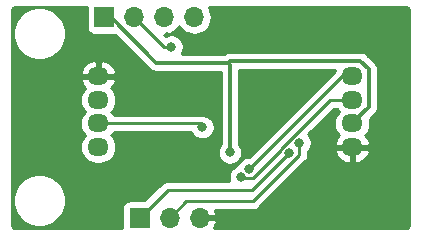
<source format=gbl>
G04 #@! TF.GenerationSoftware,KiCad,Pcbnew,(5.1.2)-1*
G04 #@! TF.CreationDate,2020-10-03T12:09:34+09:00*
G04 #@! TF.ProjectId,es,65732e6b-6963-4616-945f-706362585858,v1.4*
G04 #@! TF.SameCoordinates,Original*
G04 #@! TF.FileFunction,Copper,L2,Bot*
G04 #@! TF.FilePolarity,Positive*
%FSLAX46Y46*%
G04 Gerber Fmt 4.6, Leading zero omitted, Abs format (unit mm)*
G04 Created by KiCad (PCBNEW (5.1.2)-1) date 2020-10-03 12:09:34*
%MOMM*%
%LPD*%
G04 APERTURE LIST*
%ADD10O,1.700000X1.700000*%
%ADD11R,1.700000X1.700000*%
%ADD12O,1.800000X1.524000*%
%ADD13C,0.800000*%
%ADD14C,0.300000*%
%ADD15C,0.250000*%
%ADD16C,0.254000*%
G04 APERTURE END LIST*
D10*
X160120000Y-80500000D03*
X157580000Y-80500000D03*
X155040000Y-80500000D03*
D11*
X152500000Y-80500000D03*
D12*
X173500000Y-91500000D03*
X173500000Y-89500000D03*
X173500000Y-87500000D03*
X173500000Y-85500000D03*
X152000000Y-85500000D03*
X152000000Y-87500000D03*
X152000000Y-89500000D03*
X152000000Y-91500000D03*
D11*
X155500000Y-97500000D03*
D10*
X158040000Y-97500000D03*
X160580000Y-97500000D03*
D13*
X163150118Y-91946918D03*
X160811400Y-89819300D03*
X164068900Y-94045000D03*
X164780000Y-93362800D03*
X153800000Y-82900000D03*
X149000000Y-89300000D03*
X158200000Y-83000000D03*
X168143400Y-91973400D03*
X169028600Y-91131600D03*
D14*
X174900000Y-88100000D02*
X173500000Y-89500000D01*
X174900000Y-84900000D02*
X174900000Y-88100000D01*
X174200000Y-84200000D02*
X174900000Y-84900000D01*
X162974100Y-84360400D02*
X163134500Y-84200000D01*
X163134500Y-84200000D02*
X174200000Y-84200000D01*
X156916100Y-84360400D02*
X162974100Y-84360400D01*
X152500000Y-80500000D02*
X153055700Y-80500000D01*
X153055700Y-80500000D02*
X156916100Y-84360400D01*
X163150118Y-84536418D02*
X163150118Y-91381233D01*
X163150118Y-91381233D02*
X163150118Y-91946918D01*
X162974100Y-84360400D02*
X163150118Y-84536418D01*
D15*
X153205300Y-89500000D02*
X160492100Y-89500000D01*
X160492100Y-89500000D02*
X160811400Y-89819300D01*
X152000000Y-89500000D02*
X153205300Y-89500000D01*
X173500000Y-87500000D02*
X171619400Y-87500000D01*
X171619400Y-87500000D02*
X167438100Y-91681300D01*
X167438100Y-91681300D02*
X167438100Y-91757800D01*
X167438100Y-91757800D02*
X165067300Y-94128600D01*
X165067300Y-94128600D02*
X164152500Y-94128600D01*
X164152500Y-94128600D02*
X164068900Y-94045000D01*
X172642800Y-85500000D02*
X164780000Y-93362800D01*
X173500000Y-85500000D02*
X172642800Y-85500000D01*
X153800000Y-82900000D02*
X152000000Y-82900000D01*
X152000000Y-82900000D02*
X149000000Y-85900000D01*
X149000000Y-85900000D02*
X149000000Y-89300000D01*
X155040000Y-80500000D02*
X157540000Y-83000000D01*
X157540000Y-83000000D02*
X158200000Y-83000000D01*
X164993900Y-95122900D02*
X168143400Y-91973400D01*
X155500000Y-97500000D02*
X157877100Y-95122900D01*
X157877100Y-95122900D02*
X164993900Y-95122900D01*
X169028600Y-92138400D02*
X169028600Y-91131600D01*
X165067000Y-96100000D02*
X169028600Y-92138400D01*
X158040000Y-97500000D02*
X159440000Y-96100000D01*
X159440000Y-96100000D02*
X165067000Y-96100000D01*
D16*
G36*
X151011928Y-81350000D02*
G01*
X151024188Y-81474482D01*
X151060498Y-81594180D01*
X151119463Y-81704494D01*
X151198815Y-81801185D01*
X151295506Y-81880537D01*
X151405820Y-81939502D01*
X151525518Y-81975812D01*
X151650000Y-81988072D01*
X153350000Y-81988072D01*
X153426118Y-81980575D01*
X156333758Y-84888216D01*
X156358336Y-84918164D01*
X156388284Y-84942742D01*
X156388287Y-84942745D01*
X156412730Y-84962805D01*
X156477867Y-85016262D01*
X156614240Y-85089154D01*
X156762213Y-85134041D01*
X156877539Y-85145400D01*
X156877546Y-85145400D01*
X156916099Y-85149197D01*
X156954652Y-85145400D01*
X162365118Y-85145400D01*
X162365119Y-91268206D01*
X162346181Y-91287144D01*
X162232913Y-91456662D01*
X162154892Y-91645020D01*
X162115118Y-91844979D01*
X162115118Y-92048857D01*
X162154892Y-92248816D01*
X162232913Y-92437174D01*
X162346181Y-92606692D01*
X162490344Y-92750855D01*
X162659862Y-92864123D01*
X162848220Y-92942144D01*
X163048179Y-92981918D01*
X163252057Y-92981918D01*
X163452016Y-92942144D01*
X163640374Y-92864123D01*
X163809892Y-92750855D01*
X163954055Y-92606692D01*
X164067323Y-92437174D01*
X164145344Y-92248816D01*
X164185118Y-92048857D01*
X164185118Y-91844979D01*
X164145344Y-91645020D01*
X164067323Y-91456662D01*
X163954055Y-91287144D01*
X163935118Y-91268207D01*
X163935118Y-84985000D01*
X172058363Y-84985000D01*
X172047637Y-85020360D01*
X164740199Y-92327800D01*
X164678061Y-92327800D01*
X164478102Y-92367574D01*
X164289744Y-92445595D01*
X164120226Y-92558863D01*
X163976063Y-92703026D01*
X163862795Y-92872544D01*
X163791393Y-93044922D01*
X163767002Y-93049774D01*
X163578644Y-93127795D01*
X163409126Y-93241063D01*
X163264963Y-93385226D01*
X163151695Y-93554744D01*
X163073674Y-93743102D01*
X163033900Y-93943061D01*
X163033900Y-94146939D01*
X163073674Y-94346898D01*
X163080302Y-94362900D01*
X157914422Y-94362900D01*
X157877099Y-94359224D01*
X157839776Y-94362900D01*
X157839767Y-94362900D01*
X157728114Y-94373897D01*
X157584853Y-94417354D01*
X157452823Y-94487926D01*
X157395152Y-94535256D01*
X157337099Y-94582899D01*
X157313301Y-94611897D01*
X155913271Y-96011928D01*
X154650000Y-96011928D01*
X154525518Y-96024188D01*
X154405820Y-96060498D01*
X154295506Y-96119463D01*
X154198815Y-96198815D01*
X154119463Y-96295506D01*
X154060498Y-96405820D01*
X154024188Y-96525518D01*
X154011928Y-96650000D01*
X154011928Y-98340000D01*
X145032279Y-98340000D01*
X144934576Y-98330420D01*
X144871643Y-98311420D01*
X144813594Y-98280554D01*
X144762657Y-98239011D01*
X144720752Y-98188356D01*
X144689485Y-98130529D01*
X144670044Y-98067728D01*
X144660000Y-97972165D01*
X144660000Y-95779872D01*
X144765000Y-95779872D01*
X144765000Y-96220128D01*
X144850890Y-96651925D01*
X145019369Y-97058669D01*
X145263962Y-97424729D01*
X145575271Y-97736038D01*
X145941331Y-97980631D01*
X146348075Y-98149110D01*
X146779872Y-98235000D01*
X147220128Y-98235000D01*
X147651925Y-98149110D01*
X148058669Y-97980631D01*
X148424729Y-97736038D01*
X148736038Y-97424729D01*
X148980631Y-97058669D01*
X149149110Y-96651925D01*
X149235000Y-96220128D01*
X149235000Y-95779872D01*
X149149110Y-95348075D01*
X148980631Y-94941331D01*
X148736038Y-94575271D01*
X148424729Y-94263962D01*
X148058669Y-94019369D01*
X147651925Y-93850890D01*
X147220128Y-93765000D01*
X146779872Y-93765000D01*
X146348075Y-93850890D01*
X145941331Y-94019369D01*
X145575271Y-94263962D01*
X145263962Y-94575271D01*
X145019369Y-94941331D01*
X144850890Y-95348075D01*
X144765000Y-95779872D01*
X144660000Y-95779872D01*
X144660000Y-87500000D01*
X150458241Y-87500000D01*
X150485214Y-87773860D01*
X150565096Y-88037195D01*
X150694817Y-88279887D01*
X150869392Y-88492608D01*
X150878399Y-88500000D01*
X150869392Y-88507392D01*
X150694817Y-88720113D01*
X150565096Y-88962805D01*
X150485214Y-89226140D01*
X150458241Y-89500000D01*
X150485214Y-89773860D01*
X150565096Y-90037195D01*
X150694817Y-90279887D01*
X150869392Y-90492608D01*
X150878399Y-90500000D01*
X150869392Y-90507392D01*
X150694817Y-90720113D01*
X150565096Y-90962805D01*
X150485214Y-91226140D01*
X150458241Y-91500000D01*
X150485214Y-91773860D01*
X150565096Y-92037195D01*
X150694817Y-92279887D01*
X150869392Y-92492608D01*
X151082113Y-92667183D01*
X151324805Y-92796904D01*
X151588140Y-92876786D01*
X151793375Y-92897000D01*
X152206625Y-92897000D01*
X152411860Y-92876786D01*
X152675195Y-92796904D01*
X152917887Y-92667183D01*
X153130608Y-92492608D01*
X153305183Y-92279887D01*
X153434904Y-92037195D01*
X153514786Y-91773860D01*
X153541759Y-91500000D01*
X153514786Y-91226140D01*
X153434904Y-90962805D01*
X153305183Y-90720113D01*
X153130608Y-90507392D01*
X153121601Y-90500000D01*
X153130608Y-90492608D01*
X153305183Y-90279887D01*
X153315813Y-90260000D01*
X159873668Y-90260000D01*
X159894195Y-90309556D01*
X160007463Y-90479074D01*
X160151626Y-90623237D01*
X160321144Y-90736505D01*
X160509502Y-90814526D01*
X160709461Y-90854300D01*
X160913339Y-90854300D01*
X161113298Y-90814526D01*
X161301656Y-90736505D01*
X161471174Y-90623237D01*
X161615337Y-90479074D01*
X161728605Y-90309556D01*
X161806626Y-90121198D01*
X161846400Y-89921239D01*
X161846400Y-89717361D01*
X161806626Y-89517402D01*
X161728605Y-89329044D01*
X161615337Y-89159526D01*
X161471174Y-89015363D01*
X161301656Y-88902095D01*
X161113298Y-88824074D01*
X160913339Y-88784300D01*
X160750873Y-88784300D01*
X160641086Y-88750997D01*
X160529433Y-88740000D01*
X160529422Y-88740000D01*
X160492100Y-88736324D01*
X160454778Y-88740000D01*
X153315813Y-88740000D01*
X153305183Y-88720113D01*
X153130608Y-88507392D01*
X153121601Y-88500000D01*
X153130608Y-88492608D01*
X153305183Y-88279887D01*
X153434904Y-88037195D01*
X153514786Y-87773860D01*
X153541759Y-87500000D01*
X153514786Y-87226140D01*
X153434904Y-86962805D01*
X153305183Y-86720113D01*
X153130608Y-86507392D01*
X153114337Y-86494039D01*
X153262135Y-86330330D01*
X153402524Y-86095068D01*
X153492220Y-85843070D01*
X153369720Y-85627000D01*
X152127000Y-85627000D01*
X152127000Y-85647000D01*
X151873000Y-85647000D01*
X151873000Y-85627000D01*
X150630280Y-85627000D01*
X150507780Y-85843070D01*
X150597476Y-86095068D01*
X150737865Y-86330330D01*
X150885663Y-86494039D01*
X150869392Y-86507392D01*
X150694817Y-86720113D01*
X150565096Y-86962805D01*
X150485214Y-87226140D01*
X150458241Y-87500000D01*
X144660000Y-87500000D01*
X144660000Y-85156930D01*
X150507780Y-85156930D01*
X150630280Y-85373000D01*
X151873000Y-85373000D01*
X151873000Y-84261251D01*
X152127000Y-84261251D01*
X152127000Y-85373000D01*
X153369720Y-85373000D01*
X153492220Y-85156930D01*
X153402524Y-84904932D01*
X153262135Y-84669670D01*
X153078546Y-84466317D01*
X152858812Y-84302688D01*
X152611378Y-84185071D01*
X152345752Y-84117986D01*
X152127000Y-84261251D01*
X151873000Y-84261251D01*
X151654248Y-84117986D01*
X151388622Y-84185071D01*
X151141188Y-84302688D01*
X150921454Y-84466317D01*
X150737865Y-84669670D01*
X150597476Y-84904932D01*
X150507780Y-85156930D01*
X144660000Y-85156930D01*
X144660000Y-81679872D01*
X144765000Y-81679872D01*
X144765000Y-82120128D01*
X144850890Y-82551925D01*
X145019369Y-82958669D01*
X145263962Y-83324729D01*
X145575271Y-83636038D01*
X145941331Y-83880631D01*
X146348075Y-84049110D01*
X146779872Y-84135000D01*
X147220128Y-84135000D01*
X147651925Y-84049110D01*
X148058669Y-83880631D01*
X148424729Y-83636038D01*
X148736038Y-83324729D01*
X148980631Y-82958669D01*
X149149110Y-82551925D01*
X149235000Y-82120128D01*
X149235000Y-81679872D01*
X149149110Y-81248075D01*
X148980631Y-80841331D01*
X148736038Y-80475271D01*
X148424729Y-80163962D01*
X148058669Y-79919369D01*
X147651925Y-79750890D01*
X147220128Y-79665000D01*
X146779872Y-79665000D01*
X146348075Y-79750890D01*
X145941331Y-79919369D01*
X145575271Y-80163962D01*
X145263962Y-80475271D01*
X145019369Y-80841331D01*
X144850890Y-81248075D01*
X144765000Y-81679872D01*
X144660000Y-81679872D01*
X144660000Y-80032279D01*
X144669580Y-79934576D01*
X144688580Y-79871644D01*
X144719445Y-79813595D01*
X144760989Y-79762657D01*
X144811644Y-79720752D01*
X144869471Y-79689485D01*
X144932272Y-79670044D01*
X145027835Y-79660000D01*
X151011928Y-79660000D01*
X151011928Y-81350000D01*
X151011928Y-81350000D01*
G37*
X151011928Y-81350000D02*
X151024188Y-81474482D01*
X151060498Y-81594180D01*
X151119463Y-81704494D01*
X151198815Y-81801185D01*
X151295506Y-81880537D01*
X151405820Y-81939502D01*
X151525518Y-81975812D01*
X151650000Y-81988072D01*
X153350000Y-81988072D01*
X153426118Y-81980575D01*
X156333758Y-84888216D01*
X156358336Y-84918164D01*
X156388284Y-84942742D01*
X156388287Y-84942745D01*
X156412730Y-84962805D01*
X156477867Y-85016262D01*
X156614240Y-85089154D01*
X156762213Y-85134041D01*
X156877539Y-85145400D01*
X156877546Y-85145400D01*
X156916099Y-85149197D01*
X156954652Y-85145400D01*
X162365118Y-85145400D01*
X162365119Y-91268206D01*
X162346181Y-91287144D01*
X162232913Y-91456662D01*
X162154892Y-91645020D01*
X162115118Y-91844979D01*
X162115118Y-92048857D01*
X162154892Y-92248816D01*
X162232913Y-92437174D01*
X162346181Y-92606692D01*
X162490344Y-92750855D01*
X162659862Y-92864123D01*
X162848220Y-92942144D01*
X163048179Y-92981918D01*
X163252057Y-92981918D01*
X163452016Y-92942144D01*
X163640374Y-92864123D01*
X163809892Y-92750855D01*
X163954055Y-92606692D01*
X164067323Y-92437174D01*
X164145344Y-92248816D01*
X164185118Y-92048857D01*
X164185118Y-91844979D01*
X164145344Y-91645020D01*
X164067323Y-91456662D01*
X163954055Y-91287144D01*
X163935118Y-91268207D01*
X163935118Y-84985000D01*
X172058363Y-84985000D01*
X172047637Y-85020360D01*
X164740199Y-92327800D01*
X164678061Y-92327800D01*
X164478102Y-92367574D01*
X164289744Y-92445595D01*
X164120226Y-92558863D01*
X163976063Y-92703026D01*
X163862795Y-92872544D01*
X163791393Y-93044922D01*
X163767002Y-93049774D01*
X163578644Y-93127795D01*
X163409126Y-93241063D01*
X163264963Y-93385226D01*
X163151695Y-93554744D01*
X163073674Y-93743102D01*
X163033900Y-93943061D01*
X163033900Y-94146939D01*
X163073674Y-94346898D01*
X163080302Y-94362900D01*
X157914422Y-94362900D01*
X157877099Y-94359224D01*
X157839776Y-94362900D01*
X157839767Y-94362900D01*
X157728114Y-94373897D01*
X157584853Y-94417354D01*
X157452823Y-94487926D01*
X157395152Y-94535256D01*
X157337099Y-94582899D01*
X157313301Y-94611897D01*
X155913271Y-96011928D01*
X154650000Y-96011928D01*
X154525518Y-96024188D01*
X154405820Y-96060498D01*
X154295506Y-96119463D01*
X154198815Y-96198815D01*
X154119463Y-96295506D01*
X154060498Y-96405820D01*
X154024188Y-96525518D01*
X154011928Y-96650000D01*
X154011928Y-98340000D01*
X145032279Y-98340000D01*
X144934576Y-98330420D01*
X144871643Y-98311420D01*
X144813594Y-98280554D01*
X144762657Y-98239011D01*
X144720752Y-98188356D01*
X144689485Y-98130529D01*
X144670044Y-98067728D01*
X144660000Y-97972165D01*
X144660000Y-95779872D01*
X144765000Y-95779872D01*
X144765000Y-96220128D01*
X144850890Y-96651925D01*
X145019369Y-97058669D01*
X145263962Y-97424729D01*
X145575271Y-97736038D01*
X145941331Y-97980631D01*
X146348075Y-98149110D01*
X146779872Y-98235000D01*
X147220128Y-98235000D01*
X147651925Y-98149110D01*
X148058669Y-97980631D01*
X148424729Y-97736038D01*
X148736038Y-97424729D01*
X148980631Y-97058669D01*
X149149110Y-96651925D01*
X149235000Y-96220128D01*
X149235000Y-95779872D01*
X149149110Y-95348075D01*
X148980631Y-94941331D01*
X148736038Y-94575271D01*
X148424729Y-94263962D01*
X148058669Y-94019369D01*
X147651925Y-93850890D01*
X147220128Y-93765000D01*
X146779872Y-93765000D01*
X146348075Y-93850890D01*
X145941331Y-94019369D01*
X145575271Y-94263962D01*
X145263962Y-94575271D01*
X145019369Y-94941331D01*
X144850890Y-95348075D01*
X144765000Y-95779872D01*
X144660000Y-95779872D01*
X144660000Y-87500000D01*
X150458241Y-87500000D01*
X150485214Y-87773860D01*
X150565096Y-88037195D01*
X150694817Y-88279887D01*
X150869392Y-88492608D01*
X150878399Y-88500000D01*
X150869392Y-88507392D01*
X150694817Y-88720113D01*
X150565096Y-88962805D01*
X150485214Y-89226140D01*
X150458241Y-89500000D01*
X150485214Y-89773860D01*
X150565096Y-90037195D01*
X150694817Y-90279887D01*
X150869392Y-90492608D01*
X150878399Y-90500000D01*
X150869392Y-90507392D01*
X150694817Y-90720113D01*
X150565096Y-90962805D01*
X150485214Y-91226140D01*
X150458241Y-91500000D01*
X150485214Y-91773860D01*
X150565096Y-92037195D01*
X150694817Y-92279887D01*
X150869392Y-92492608D01*
X151082113Y-92667183D01*
X151324805Y-92796904D01*
X151588140Y-92876786D01*
X151793375Y-92897000D01*
X152206625Y-92897000D01*
X152411860Y-92876786D01*
X152675195Y-92796904D01*
X152917887Y-92667183D01*
X153130608Y-92492608D01*
X153305183Y-92279887D01*
X153434904Y-92037195D01*
X153514786Y-91773860D01*
X153541759Y-91500000D01*
X153514786Y-91226140D01*
X153434904Y-90962805D01*
X153305183Y-90720113D01*
X153130608Y-90507392D01*
X153121601Y-90500000D01*
X153130608Y-90492608D01*
X153305183Y-90279887D01*
X153315813Y-90260000D01*
X159873668Y-90260000D01*
X159894195Y-90309556D01*
X160007463Y-90479074D01*
X160151626Y-90623237D01*
X160321144Y-90736505D01*
X160509502Y-90814526D01*
X160709461Y-90854300D01*
X160913339Y-90854300D01*
X161113298Y-90814526D01*
X161301656Y-90736505D01*
X161471174Y-90623237D01*
X161615337Y-90479074D01*
X161728605Y-90309556D01*
X161806626Y-90121198D01*
X161846400Y-89921239D01*
X161846400Y-89717361D01*
X161806626Y-89517402D01*
X161728605Y-89329044D01*
X161615337Y-89159526D01*
X161471174Y-89015363D01*
X161301656Y-88902095D01*
X161113298Y-88824074D01*
X160913339Y-88784300D01*
X160750873Y-88784300D01*
X160641086Y-88750997D01*
X160529433Y-88740000D01*
X160529422Y-88740000D01*
X160492100Y-88736324D01*
X160454778Y-88740000D01*
X153315813Y-88740000D01*
X153305183Y-88720113D01*
X153130608Y-88507392D01*
X153121601Y-88500000D01*
X153130608Y-88492608D01*
X153305183Y-88279887D01*
X153434904Y-88037195D01*
X153514786Y-87773860D01*
X153541759Y-87500000D01*
X153514786Y-87226140D01*
X153434904Y-86962805D01*
X153305183Y-86720113D01*
X153130608Y-86507392D01*
X153114337Y-86494039D01*
X153262135Y-86330330D01*
X153402524Y-86095068D01*
X153492220Y-85843070D01*
X153369720Y-85627000D01*
X152127000Y-85627000D01*
X152127000Y-85647000D01*
X151873000Y-85647000D01*
X151873000Y-85627000D01*
X150630280Y-85627000D01*
X150507780Y-85843070D01*
X150597476Y-86095068D01*
X150737865Y-86330330D01*
X150885663Y-86494039D01*
X150869392Y-86507392D01*
X150694817Y-86720113D01*
X150565096Y-86962805D01*
X150485214Y-87226140D01*
X150458241Y-87500000D01*
X144660000Y-87500000D01*
X144660000Y-85156930D01*
X150507780Y-85156930D01*
X150630280Y-85373000D01*
X151873000Y-85373000D01*
X151873000Y-84261251D01*
X152127000Y-84261251D01*
X152127000Y-85373000D01*
X153369720Y-85373000D01*
X153492220Y-85156930D01*
X153402524Y-84904932D01*
X153262135Y-84669670D01*
X153078546Y-84466317D01*
X152858812Y-84302688D01*
X152611378Y-84185071D01*
X152345752Y-84117986D01*
X152127000Y-84261251D01*
X151873000Y-84261251D01*
X151654248Y-84117986D01*
X151388622Y-84185071D01*
X151141188Y-84302688D01*
X150921454Y-84466317D01*
X150737865Y-84669670D01*
X150597476Y-84904932D01*
X150507780Y-85156930D01*
X144660000Y-85156930D01*
X144660000Y-81679872D01*
X144765000Y-81679872D01*
X144765000Y-82120128D01*
X144850890Y-82551925D01*
X145019369Y-82958669D01*
X145263962Y-83324729D01*
X145575271Y-83636038D01*
X145941331Y-83880631D01*
X146348075Y-84049110D01*
X146779872Y-84135000D01*
X147220128Y-84135000D01*
X147651925Y-84049110D01*
X148058669Y-83880631D01*
X148424729Y-83636038D01*
X148736038Y-83324729D01*
X148980631Y-82958669D01*
X149149110Y-82551925D01*
X149235000Y-82120128D01*
X149235000Y-81679872D01*
X149149110Y-81248075D01*
X148980631Y-80841331D01*
X148736038Y-80475271D01*
X148424729Y-80163962D01*
X148058669Y-79919369D01*
X147651925Y-79750890D01*
X147220128Y-79665000D01*
X146779872Y-79665000D01*
X146348075Y-79750890D01*
X145941331Y-79919369D01*
X145575271Y-80163962D01*
X145263962Y-80475271D01*
X145019369Y-80841331D01*
X144850890Y-81248075D01*
X144765000Y-81679872D01*
X144660000Y-81679872D01*
X144660000Y-80032279D01*
X144669580Y-79934576D01*
X144688580Y-79871644D01*
X144719445Y-79813595D01*
X144760989Y-79762657D01*
X144811644Y-79720752D01*
X144869471Y-79689485D01*
X144932272Y-79670044D01*
X145027835Y-79660000D01*
X151011928Y-79660000D01*
X151011928Y-81350000D01*
G36*
X178065424Y-79669580D02*
G01*
X178128356Y-79688580D01*
X178186405Y-79719445D01*
X178237343Y-79760989D01*
X178279248Y-79811644D01*
X178310515Y-79869471D01*
X178329956Y-79932272D01*
X178340000Y-80027835D01*
X178340001Y-97967711D01*
X178330420Y-98065424D01*
X178311420Y-98128357D01*
X178280554Y-98186406D01*
X178239011Y-98237343D01*
X178188356Y-98279248D01*
X178130529Y-98310515D01*
X178067728Y-98329956D01*
X177972165Y-98340000D01*
X161799812Y-98340000D01*
X161924157Y-98131252D01*
X162021481Y-97856891D01*
X161900814Y-97627000D01*
X160707000Y-97627000D01*
X160707000Y-97647000D01*
X160453000Y-97647000D01*
X160453000Y-97627000D01*
X160433000Y-97627000D01*
X160433000Y-97373000D01*
X160453000Y-97373000D01*
X160453000Y-97353000D01*
X160707000Y-97353000D01*
X160707000Y-97373000D01*
X161900814Y-97373000D01*
X162021481Y-97143109D01*
X161924157Y-96868748D01*
X161918946Y-96860000D01*
X165029678Y-96860000D01*
X165067000Y-96863676D01*
X165104322Y-96860000D01*
X165104333Y-96860000D01*
X165215986Y-96849003D01*
X165359247Y-96805546D01*
X165491276Y-96734974D01*
X165607001Y-96640001D01*
X165630804Y-96610997D01*
X169539609Y-92702194D01*
X169568601Y-92678401D01*
X169592395Y-92649408D01*
X169592399Y-92649404D01*
X169663573Y-92562677D01*
X169663574Y-92562676D01*
X169734146Y-92430647D01*
X169777603Y-92287386D01*
X169788600Y-92175733D01*
X169788600Y-92175724D01*
X169792276Y-92138401D01*
X169788600Y-92101078D01*
X169788600Y-91843070D01*
X172007780Y-91843070D01*
X172097476Y-92095068D01*
X172237865Y-92330330D01*
X172421454Y-92533683D01*
X172641188Y-92697312D01*
X172888622Y-92814929D01*
X173154248Y-92882014D01*
X173373000Y-92738749D01*
X173373000Y-91627000D01*
X173627000Y-91627000D01*
X173627000Y-92738749D01*
X173845752Y-92882014D01*
X174111378Y-92814929D01*
X174358812Y-92697312D01*
X174578546Y-92533683D01*
X174762135Y-92330330D01*
X174902524Y-92095068D01*
X174992220Y-91843070D01*
X174869720Y-91627000D01*
X173627000Y-91627000D01*
X173373000Y-91627000D01*
X172130280Y-91627000D01*
X172007780Y-91843070D01*
X169788600Y-91843070D01*
X169788600Y-91835311D01*
X169832537Y-91791374D01*
X169945805Y-91621856D01*
X170023826Y-91433498D01*
X170063600Y-91233539D01*
X170063600Y-91029661D01*
X170023826Y-90829702D01*
X169945805Y-90641344D01*
X169832537Y-90471826D01*
X169777456Y-90416745D01*
X171934202Y-88260000D01*
X172184187Y-88260000D01*
X172194817Y-88279887D01*
X172369392Y-88492608D01*
X172378399Y-88500000D01*
X172369392Y-88507392D01*
X172194817Y-88720113D01*
X172065096Y-88962805D01*
X171985214Y-89226140D01*
X171958241Y-89500000D01*
X171985214Y-89773860D01*
X172065096Y-90037195D01*
X172194817Y-90279887D01*
X172369392Y-90492608D01*
X172385663Y-90505961D01*
X172237865Y-90669670D01*
X172097476Y-90904932D01*
X172007780Y-91156930D01*
X172130280Y-91373000D01*
X173373000Y-91373000D01*
X173373000Y-91353000D01*
X173627000Y-91353000D01*
X173627000Y-91373000D01*
X174869720Y-91373000D01*
X174992220Y-91156930D01*
X174902524Y-90904932D01*
X174762135Y-90669670D01*
X174614337Y-90505961D01*
X174630608Y-90492608D01*
X174805183Y-90279887D01*
X174934904Y-90037195D01*
X175014786Y-89773860D01*
X175041759Y-89500000D01*
X175014786Y-89226140D01*
X174984350Y-89125807D01*
X175427816Y-88682342D01*
X175457764Y-88657764D01*
X175555862Y-88538233D01*
X175628754Y-88401860D01*
X175649698Y-88332817D01*
X175673642Y-88253887D01*
X175681020Y-88178974D01*
X175685000Y-88138561D01*
X175685000Y-88138556D01*
X175688797Y-88100000D01*
X175685000Y-88061445D01*
X175685000Y-84938552D01*
X175688797Y-84899999D01*
X175685000Y-84861446D01*
X175685000Y-84861439D01*
X175673641Y-84746113D01*
X175668090Y-84727812D01*
X175663194Y-84711672D01*
X175628754Y-84598140D01*
X175555862Y-84461767D01*
X175457764Y-84342236D01*
X175427816Y-84317659D01*
X174782347Y-83672189D01*
X174757764Y-83642236D01*
X174638233Y-83544138D01*
X174501860Y-83471246D01*
X174353887Y-83426359D01*
X174238561Y-83415000D01*
X174238553Y-83415000D01*
X174200000Y-83411203D01*
X174161447Y-83415000D01*
X163173056Y-83415000D01*
X163134500Y-83411203D01*
X163095944Y-83415000D01*
X163095939Y-83415000D01*
X163055526Y-83418980D01*
X162980613Y-83426358D01*
X162867081Y-83460799D01*
X162832640Y-83471246D01*
X162696267Y-83544138D01*
X162658175Y-83575400D01*
X159060314Y-83575400D01*
X159117205Y-83490256D01*
X159195226Y-83301898D01*
X159235000Y-83101939D01*
X159235000Y-82898061D01*
X159195226Y-82698102D01*
X159117205Y-82509744D01*
X159003937Y-82340226D01*
X158859774Y-82196063D01*
X158690256Y-82082795D01*
X158501898Y-82004774D01*
X158301939Y-81965000D01*
X158098061Y-81965000D01*
X157898102Y-82004774D01*
X157709744Y-82082795D01*
X157702462Y-82087660D01*
X157599802Y-81985000D01*
X157707002Y-81985000D01*
X157707002Y-81820156D01*
X157936890Y-81941476D01*
X158084099Y-81896825D01*
X158346920Y-81771641D01*
X158580269Y-81597588D01*
X158775178Y-81381355D01*
X158844799Y-81264477D01*
X158879294Y-81329014D01*
X159064866Y-81555134D01*
X159290986Y-81740706D01*
X159548966Y-81878599D01*
X159828889Y-81963513D01*
X160047050Y-81985000D01*
X160192950Y-81985000D01*
X160411111Y-81963513D01*
X160691034Y-81878599D01*
X160949014Y-81740706D01*
X161175134Y-81555134D01*
X161360706Y-81329014D01*
X161498599Y-81071034D01*
X161583513Y-80791111D01*
X161612185Y-80500000D01*
X161583513Y-80208889D01*
X161498599Y-79928966D01*
X161360706Y-79670986D01*
X161351690Y-79660000D01*
X177967721Y-79660000D01*
X178065424Y-79669580D01*
X178065424Y-79669580D01*
G37*
X178065424Y-79669580D02*
X178128356Y-79688580D01*
X178186405Y-79719445D01*
X178237343Y-79760989D01*
X178279248Y-79811644D01*
X178310515Y-79869471D01*
X178329956Y-79932272D01*
X178340000Y-80027835D01*
X178340001Y-97967711D01*
X178330420Y-98065424D01*
X178311420Y-98128357D01*
X178280554Y-98186406D01*
X178239011Y-98237343D01*
X178188356Y-98279248D01*
X178130529Y-98310515D01*
X178067728Y-98329956D01*
X177972165Y-98340000D01*
X161799812Y-98340000D01*
X161924157Y-98131252D01*
X162021481Y-97856891D01*
X161900814Y-97627000D01*
X160707000Y-97627000D01*
X160707000Y-97647000D01*
X160453000Y-97647000D01*
X160453000Y-97627000D01*
X160433000Y-97627000D01*
X160433000Y-97373000D01*
X160453000Y-97373000D01*
X160453000Y-97353000D01*
X160707000Y-97353000D01*
X160707000Y-97373000D01*
X161900814Y-97373000D01*
X162021481Y-97143109D01*
X161924157Y-96868748D01*
X161918946Y-96860000D01*
X165029678Y-96860000D01*
X165067000Y-96863676D01*
X165104322Y-96860000D01*
X165104333Y-96860000D01*
X165215986Y-96849003D01*
X165359247Y-96805546D01*
X165491276Y-96734974D01*
X165607001Y-96640001D01*
X165630804Y-96610997D01*
X169539609Y-92702194D01*
X169568601Y-92678401D01*
X169592395Y-92649408D01*
X169592399Y-92649404D01*
X169663573Y-92562677D01*
X169663574Y-92562676D01*
X169734146Y-92430647D01*
X169777603Y-92287386D01*
X169788600Y-92175733D01*
X169788600Y-92175724D01*
X169792276Y-92138401D01*
X169788600Y-92101078D01*
X169788600Y-91843070D01*
X172007780Y-91843070D01*
X172097476Y-92095068D01*
X172237865Y-92330330D01*
X172421454Y-92533683D01*
X172641188Y-92697312D01*
X172888622Y-92814929D01*
X173154248Y-92882014D01*
X173373000Y-92738749D01*
X173373000Y-91627000D01*
X173627000Y-91627000D01*
X173627000Y-92738749D01*
X173845752Y-92882014D01*
X174111378Y-92814929D01*
X174358812Y-92697312D01*
X174578546Y-92533683D01*
X174762135Y-92330330D01*
X174902524Y-92095068D01*
X174992220Y-91843070D01*
X174869720Y-91627000D01*
X173627000Y-91627000D01*
X173373000Y-91627000D01*
X172130280Y-91627000D01*
X172007780Y-91843070D01*
X169788600Y-91843070D01*
X169788600Y-91835311D01*
X169832537Y-91791374D01*
X169945805Y-91621856D01*
X170023826Y-91433498D01*
X170063600Y-91233539D01*
X170063600Y-91029661D01*
X170023826Y-90829702D01*
X169945805Y-90641344D01*
X169832537Y-90471826D01*
X169777456Y-90416745D01*
X171934202Y-88260000D01*
X172184187Y-88260000D01*
X172194817Y-88279887D01*
X172369392Y-88492608D01*
X172378399Y-88500000D01*
X172369392Y-88507392D01*
X172194817Y-88720113D01*
X172065096Y-88962805D01*
X171985214Y-89226140D01*
X171958241Y-89500000D01*
X171985214Y-89773860D01*
X172065096Y-90037195D01*
X172194817Y-90279887D01*
X172369392Y-90492608D01*
X172385663Y-90505961D01*
X172237865Y-90669670D01*
X172097476Y-90904932D01*
X172007780Y-91156930D01*
X172130280Y-91373000D01*
X173373000Y-91373000D01*
X173373000Y-91353000D01*
X173627000Y-91353000D01*
X173627000Y-91373000D01*
X174869720Y-91373000D01*
X174992220Y-91156930D01*
X174902524Y-90904932D01*
X174762135Y-90669670D01*
X174614337Y-90505961D01*
X174630608Y-90492608D01*
X174805183Y-90279887D01*
X174934904Y-90037195D01*
X175014786Y-89773860D01*
X175041759Y-89500000D01*
X175014786Y-89226140D01*
X174984350Y-89125807D01*
X175427816Y-88682342D01*
X175457764Y-88657764D01*
X175555862Y-88538233D01*
X175628754Y-88401860D01*
X175649698Y-88332817D01*
X175673642Y-88253887D01*
X175681020Y-88178974D01*
X175685000Y-88138561D01*
X175685000Y-88138556D01*
X175688797Y-88100000D01*
X175685000Y-88061445D01*
X175685000Y-84938552D01*
X175688797Y-84899999D01*
X175685000Y-84861446D01*
X175685000Y-84861439D01*
X175673641Y-84746113D01*
X175668090Y-84727812D01*
X175663194Y-84711672D01*
X175628754Y-84598140D01*
X175555862Y-84461767D01*
X175457764Y-84342236D01*
X175427816Y-84317659D01*
X174782347Y-83672189D01*
X174757764Y-83642236D01*
X174638233Y-83544138D01*
X174501860Y-83471246D01*
X174353887Y-83426359D01*
X174238561Y-83415000D01*
X174238553Y-83415000D01*
X174200000Y-83411203D01*
X174161447Y-83415000D01*
X163173056Y-83415000D01*
X163134500Y-83411203D01*
X163095944Y-83415000D01*
X163095939Y-83415000D01*
X163055526Y-83418980D01*
X162980613Y-83426358D01*
X162867081Y-83460799D01*
X162832640Y-83471246D01*
X162696267Y-83544138D01*
X162658175Y-83575400D01*
X159060314Y-83575400D01*
X159117205Y-83490256D01*
X159195226Y-83301898D01*
X159235000Y-83101939D01*
X159235000Y-82898061D01*
X159195226Y-82698102D01*
X159117205Y-82509744D01*
X159003937Y-82340226D01*
X158859774Y-82196063D01*
X158690256Y-82082795D01*
X158501898Y-82004774D01*
X158301939Y-81965000D01*
X158098061Y-81965000D01*
X157898102Y-82004774D01*
X157709744Y-82082795D01*
X157702462Y-82087660D01*
X157599802Y-81985000D01*
X157707002Y-81985000D01*
X157707002Y-81820156D01*
X157936890Y-81941476D01*
X158084099Y-81896825D01*
X158346920Y-81771641D01*
X158580269Y-81597588D01*
X158775178Y-81381355D01*
X158844799Y-81264477D01*
X158879294Y-81329014D01*
X159064866Y-81555134D01*
X159290986Y-81740706D01*
X159548966Y-81878599D01*
X159828889Y-81963513D01*
X160047050Y-81985000D01*
X160192950Y-81985000D01*
X160411111Y-81963513D01*
X160691034Y-81878599D01*
X160949014Y-81740706D01*
X161175134Y-81555134D01*
X161360706Y-81329014D01*
X161498599Y-81071034D01*
X161583513Y-80791111D01*
X161612185Y-80500000D01*
X161583513Y-80208889D01*
X161498599Y-79928966D01*
X161360706Y-79670986D01*
X161351690Y-79660000D01*
X177967721Y-79660000D01*
X178065424Y-79669580D01*
G36*
X157707000Y-80373000D02*
G01*
X157727000Y-80373000D01*
X157727000Y-80627000D01*
X157707000Y-80627000D01*
X157707000Y-80647000D01*
X157453000Y-80647000D01*
X157453000Y-80627000D01*
X157433000Y-80627000D01*
X157433000Y-80373000D01*
X157453000Y-80373000D01*
X157453000Y-80353000D01*
X157707000Y-80353000D01*
X157707000Y-80373000D01*
X157707000Y-80373000D01*
G37*
X157707000Y-80373000D02*
X157727000Y-80373000D01*
X157727000Y-80627000D01*
X157707000Y-80627000D01*
X157707000Y-80647000D01*
X157453000Y-80647000D01*
X157453000Y-80627000D01*
X157433000Y-80627000D01*
X157433000Y-80373000D01*
X157453000Y-80373000D01*
X157453000Y-80353000D01*
X157707000Y-80353000D01*
X157707000Y-80373000D01*
M02*

</source>
